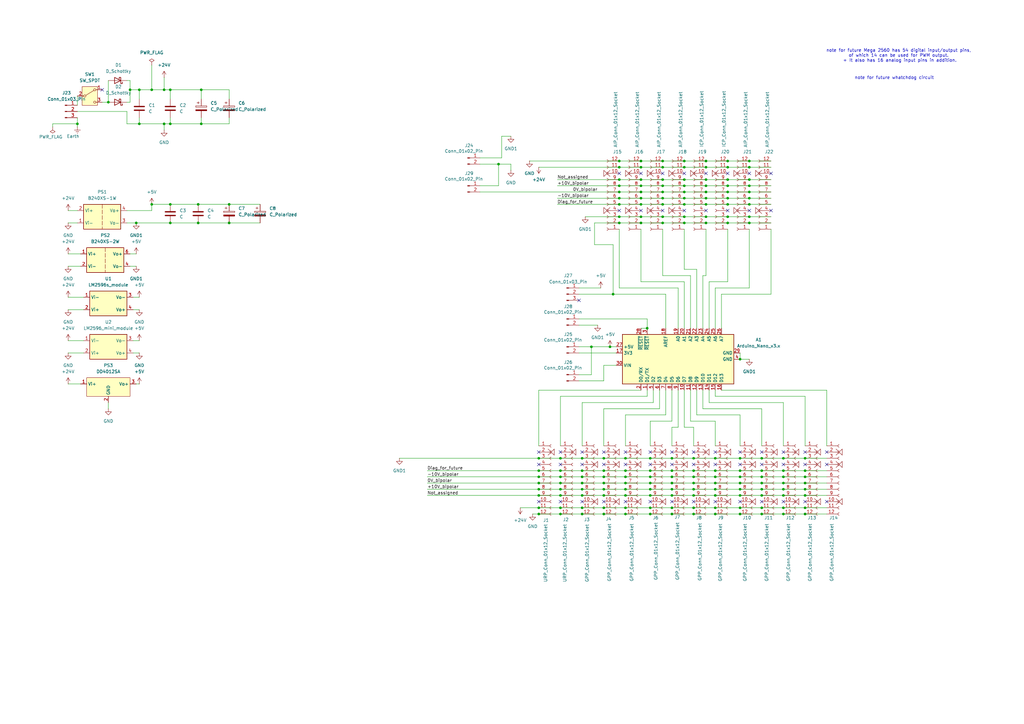
<source format=kicad_sch>
(kicad_sch (version 20250114) (generator "eeschema") (generator_version "9.0")
  (paper "A3")
  (text "note for future Mega 2560 has 54 digital input/output pins, \nof which 14 can be used for PWM output. \n+ It also has 16 analog input pins in addition." (at 369.062 22.86 0) (effects (font (size 1.27 1.27))))
  (text "note for future whatchdog circuit\n" (at 366.776 32.004 0) (effects (font (size 1.27 1.27))))
  (junction (at 247.65 187.96))
  (junction (at 284.48 195.58))
  (junction (at 289.56 68.58))
  (junction (at 262.89 76.2))
  (junction (at 247.65 210.82))
  (junction (at 280.67 76.2))
  (junction (at 262.89 68.58))
  (junction (at 247.65 193.04))
  (junction (at 280.67 66.04))
  (junction (at 62.23 36.83))
  (junction (at 254 66.04))
  (junction (at 280.67 83.82))
  (junction (at 312.42 210.82))
  (junction (at 303.53 208.28))
  (junction (at 271.78 76.2))
  (junction (at 280.67 88.9))
  (junction (at 312.42 198.12))
  (junction (at 247.65 198.12))
  (junction (at 69.85 83.82))
  (junction (at 256.54 195.58))
  (junction (at 93.98 83.82))
  (junction (at 303.53 203.2))
  (junction (at 330.2 210.82))
  (junction (at 284.48 198.12))
  (junction (at 220.98 200.66))
  (junction (at 220.98 198.12))
  (junction (at 254 68.58))
  (junction (at 229.87 193.04))
  (junction (at 247.65 200.66))
  (junction (at 254 91.44))
  (junction (at 204.47 67.31))
  (junction (at 220.98 193.04))
  (junction (at 312.42 195.58))
  (junction (at 321.31 208.28))
  (junction (at 303.53 187.96))
  (junction (at 289.56 76.2))
  (junction (at 275.59 208.28))
  (junction (at 254 83.82))
  (junction (at 307.34 81.28))
  (junction (at 256.54 187.96))
  (junction (at 81.28 83.82))
  (junction (at 321.31 193.04))
  (junction (at 284.48 210.82))
  (junction (at 256.54 210.82))
  (junction (at 266.7 210.82))
  (junction (at 69.85 91.44))
  (junction (at 312.42 203.2))
  (junction (at 31.75 50.8))
  (junction (at 321.31 200.66))
  (junction (at 247.65 203.2))
  (junction (at 262.89 73.66))
  (junction (at 262.89 91.44))
  (junction (at 69.85 36.83))
  (junction (at 321.31 195.58))
  (junction (at 298.45 73.66))
  (junction (at 229.87 195.58))
  (junction (at 266.7 203.2))
  (junction (at 293.37 208.28))
  (junction (at 289.56 78.74))
  (junction (at 280.67 68.58))
  (junction (at 238.76 187.96))
  (junction (at 298.45 81.28))
  (junction (at 262.89 66.04))
  (junction (at 250.19 142.24))
  (junction (at 312.42 200.66))
  (junction (at 275.59 195.58))
  (junction (at 284.48 203.2))
  (junction (at 238.76 198.12))
  (junction (at 254 78.74))
  (junction (at 303.53 147.32))
  (junction (at 303.53 210.82))
  (junction (at 57.15 50.8))
  (junction (at 298.45 88.9))
  (junction (at 312.42 187.96))
  (junction (at 266.7 208.28))
  (junction (at 266.7 198.12))
  (junction (at 254 73.66))
  (junction (at 251.46 120.65))
  (junction (at 271.78 91.44))
  (junction (at 238.76 195.58))
  (junction (at 330.2 203.2))
  (junction (at 256.54 193.04))
  (junction (at 57.15 36.83))
  (junction (at 229.87 187.96))
  (junction (at 293.37 198.12))
  (junction (at 266.7 200.66))
  (junction (at 298.45 68.58))
  (junction (at 53.34 36.83))
  (junction (at 262.89 83.82))
  (junction (at 298.45 76.2))
  (junction (at 256.54 208.28))
  (junction (at 275.59 210.82))
  (junction (at 307.34 78.74))
  (junction (at 307.34 68.58))
  (junction (at 265.43 134.62))
  (junction (at 321.31 210.82))
  (junction (at 275.59 193.04))
  (junction (at 293.37 187.96))
  (junction (at 293.37 200.66))
  (junction (at 289.56 83.82))
  (junction (at 289.56 88.9))
  (junction (at 303.53 200.66))
  (junction (at 289.56 73.66))
  (junction (at 271.78 73.66))
  (junction (at 307.34 91.44))
  (junction (at 229.87 200.66))
  (junction (at 238.76 200.66))
  (junction (at 275.59 200.66))
  (junction (at 280.67 91.44))
  (junction (at 321.31 198.12))
  (junction (at 262.89 88.9))
  (junction (at 220.98 208.28))
  (junction (at 271.78 66.04))
  (junction (at 330.2 200.66))
  (junction (at 271.78 78.74))
  (junction (at 284.48 200.66))
  (junction (at 330.2 195.58))
  (junction (at 69.85 50.8))
  (junction (at 256.54 203.2))
  (junction (at 262.89 78.74))
  (junction (at 271.78 81.28))
  (junction (at 44.45 41.91))
  (junction (at 307.34 88.9))
  (junction (at 284.48 208.28))
  (junction (at 247.65 195.58))
  (junction (at 307.34 76.2))
  (junction (at 82.55 50.8))
  (junction (at 238.76 208.28))
  (junction (at 220.98 210.82))
  (junction (at 62.23 83.82))
  (junction (at 93.98 91.44))
  (junction (at 298.45 91.44))
  (junction (at 256.54 198.12))
  (junction (at 280.67 78.74))
  (junction (at 284.48 193.04))
  (junction (at 247.65 208.28))
  (junction (at 229.87 208.28))
  (junction (at 67.31 36.83))
  (junction (at 280.67 73.66))
  (junction (at 330.2 187.96))
  (junction (at 312.42 208.28))
  (junction (at 220.98 195.58))
  (junction (at 330.2 208.28))
  (junction (at 229.87 203.2))
  (junction (at 298.45 66.04))
  (junction (at 238.76 193.04))
  (junction (at 256.54 200.66))
  (junction (at 280.67 81.28))
  (junction (at 55.88 91.44))
  (junction (at 298.45 83.82))
  (junction (at 307.34 66.04))
  (junction (at 262.89 81.28))
  (junction (at 229.87 210.82))
  (junction (at 238.76 210.82))
  (junction (at 254 81.28))
  (junction (at 229.87 198.12))
  (junction (at 220.98 187.96))
  (junction (at 307.34 73.66))
  (junction (at 303.53 195.58))
  (junction (at 275.59 198.12))
  (junction (at 289.56 91.44))
  (junction (at 303.53 198.12))
  (junction (at 271.78 83.82))
  (junction (at 298.45 78.74))
  (junction (at 312.42 193.04))
  (junction (at 293.37 203.2))
  (junction (at 81.28 91.44))
  (junction (at 271.78 88.9))
  (junction (at 321.31 203.2))
  (junction (at 289.56 66.04))
  (junction (at 266.7 193.04))
  (junction (at 293.37 210.82))
  (junction (at 242.57 142.24))
  (junction (at 266.7 187.96))
  (junction (at 284.48 187.96))
  (junction (at 293.37 193.04))
  (junction (at 275.59 187.96))
  (junction (at 254 76.2))
  (junction (at 293.37 195.58))
  (junction (at 307.34 83.82))
  (junction (at 254 88.9))
  (junction (at 321.31 187.96))
  (junction (at 67.31 50.8))
  (junction (at 82.55 36.83))
  (junction (at 266.7 195.58))
  (junction (at 330.2 193.04))
  (junction (at 238.76 203.2))
  (junction (at 303.53 193.04))
  (junction (at 271.78 68.58))
  (junction (at 220.98 203.2))
  (junction (at 275.59 203.2))
  (junction (at 330.2 198.12))
  (junction (at 289.56 81.28))
  (no_connect (at 284.48 190.5))
  (no_connect (at 312.42 190.5))
  (no_connect (at 271.78 86.36))
  (no_connect (at 330.2 205.74))
  (no_connect (at 303.53 185.42))
  (no_connect (at 293.37 190.5))
  (no_connect (at 293.37 205.74))
  (no_connect (at 307.34 71.12))
  (no_connect (at 220.98 205.74))
  (no_connect (at 41.91 36.83))
  (no_connect (at 256.54 205.74))
  (no_connect (at 321.31 190.5))
  (no_connect (at 229.87 205.74))
  (no_connect (at 303.53 190.5))
  (no_connect (at 298.45 86.36))
  (no_connect (at 275.59 205.74))
  (no_connect (at 238.76 205.74))
  (no_connect (at 254 71.12))
  (no_connect (at 293.37 185.42))
  (no_connect (at 229.87 185.42))
  (no_connect (at 289.56 71.12))
  (no_connect (at 247.65 185.42))
  (no_connect (at 339.09 205.74))
  (no_connect (at 298.45 71.12))
  (no_connect (at 266.7 190.5))
  (no_connect (at 275.59 185.42))
  (no_connect (at 237.49 123.19))
  (no_connect (at 271.78 71.12))
  (no_connect (at 220.98 185.42))
  (no_connect (at 284.48 185.42))
  (no_connect (at 220.98 190.5))
  (no_connect (at 321.31 205.74))
  (no_connect (at 321.31 185.42))
  (no_connect (at 266.7 205.74))
  (no_connect (at 339.09 190.5))
  (no_connect (at 254 86.36))
  (no_connect (at 247.65 205.74))
  (no_connect (at 280.67 71.12))
  (no_connect (at 316.23 71.12))
  (no_connect (at 280.67 86.36))
  (no_connect (at 307.34 86.36))
  (no_connect (at 275.59 190.5))
  (no_connect (at 312.42 185.42))
  (no_connect (at 312.42 205.74))
  (no_connect (at 284.48 205.74))
  (no_connect (at 262.89 71.12))
  (no_connect (at 247.65 190.5))
  (no_connect (at 339.09 185.42))
  (no_connect (at 256.54 185.42))
  (no_connect (at 262.89 86.36))
  (no_connect (at 289.56 86.36))
  (no_connect (at 238.76 190.5))
  (no_connect (at 316.23 86.36))
  (no_connect (at 266.7 185.42))
  (no_connect (at 330.2 185.42))
  (no_connect (at 256.54 190.5))
  (no_connect (at 330.2 190.5))
  (no_connect (at 303.53 205.74))
  (no_connect (at 238.76 185.42))
  (no_connect (at 229.87 190.5))
  (wire (pts (xy 293.37 160.02) (xy 293.37 162.56)))
  (wire (pts (xy 163.83 187.96) (xy 220.98 187.96)))
  (wire (pts (xy 238.76 203.2) (xy 247.65 203.2)))
  (wire (pts (xy 220.98 210.82) (xy 229.87 210.82)))
  (wire (pts (xy 321.31 208.28) (xy 330.2 208.28)))
  (wire (pts (xy 280.67 68.58) (xy 289.56 68.58)))
  (wire (pts (xy 220.98 198.12) (xy 229.87 198.12)))
  (wire (pts (xy 312.42 210.82) (xy 321.31 210.82)))
  (wire (pts (xy 254 118.11) (xy 278.13 118.11)))
  (wire (pts (xy 330.2 162.56) (xy 330.2 182.88)))
  (wire (pts (xy 278.13 175.26) (xy 278.13 160.02)))
  (wire (pts (xy 330.2 208.28) (xy 339.09 208.28)))
  (wire (pts (xy 196.85 67.31) (xy 204.47 67.31)))
  (wire (pts (xy 280.67 115.57) (xy 262.89 115.57)))
  (wire (pts (xy 250.19 142.24) (xy 252.73 142.24)))
  (wire (pts (xy 256.54 195.58) (xy 266.7 195.58)))
  (wire (pts (xy 69.85 83.82) (xy 81.28 83.82)))
  (wire (pts (xy 278.13 118.11) (xy 278.13 134.62)))
  (wire (pts (xy 321.31 187.96) (xy 330.2 187.96)))
  (wire (pts (xy 289.56 66.04) (xy 298.45 66.04)))
  (wire (pts (xy 298.45 66.04) (xy 307.34 66.04)))
  (wire (pts (xy 289.56 113.03) (xy 289.56 93.98)))
  (wire (pts (xy 312.42 193.04) (xy 321.31 193.04)))
  (wire (pts (xy 27.94 104.14) (xy 33.02 104.14)))
  (wire (pts (xy 307.34 118.11) (xy 307.34 93.98)))
  (wire (pts (xy 247.65 167.64) (xy 270.51 167.64)))
  (wire (pts (xy 283.21 172.72) (xy 283.21 160.02)))
  (wire (pts (xy 284.48 175.26) (xy 280.67 175.26)))
  (wire (pts (xy 330.2 203.2) (xy 339.09 203.2)))
  (wire (pts (xy 280.67 76.2) (xy 289.56 76.2)))
  (wire (pts (xy 247.65 182.88) (xy 247.65 167.64)))
  (wire (pts (xy 262.89 76.2) (xy 271.78 76.2)))
  (wire (pts (xy 280.67 91.44) (xy 289.56 91.44)))
  (wire (pts (xy 238.76 198.12) (xy 247.65 198.12)))
  (wire (pts (xy 69.85 50.8) (xy 67.31 50.8)))
  (wire (pts (xy 307.34 66.04) (xy 316.23 66.04)))
  (wire (pts (xy 321.31 210.82) (xy 330.2 210.82)))
  (wire (pts (xy 321.31 195.58) (xy 330.2 195.58)))
  (wire (pts (xy 316.23 120.65) (xy 316.23 93.98)))
  (wire (pts (xy 229.87 193.04) (xy 238.76 193.04)))
  (wire (pts (xy 196.85 76.2) (xy 204.47 76.2)))
  (wire (pts (xy 288.29 134.62) (xy 288.29 113.03)))
  (wire (pts (xy 280.67 81.28) (xy 289.56 81.28)))
  (wire (pts (xy 229.87 195.58) (xy 238.76 195.58)))
  (wire (pts (xy 307.34 91.44) (xy 316.23 91.44)))
  (wire (pts (xy 237.49 130.81) (xy 265.43 130.81)))
  (wire (pts (xy 27.94 86.36) (xy 31.75 86.36)))
  (wire (pts (xy 307.34 73.66) (xy 316.23 73.66)))
  (wire (pts (xy 228.6 81.28) (xy 254 81.28)))
  (wire (pts (xy 44.45 165.1) (xy 44.45 167.64)))
  (wire (pts (xy 330.2 200.66) (xy 339.09 200.66)))
  (wire (pts (xy 280.67 110.49) (xy 280.67 93.98)))
  (wire (pts (xy 238.76 182.88) (xy 238.76 165.1)))
  (wire (pts (xy 27.94 144.78) (xy 34.29 144.78)))
  (wire (pts (xy 229.87 210.82) (xy 238.76 210.82)))
  (wire (pts (xy 237.49 144.78) (xy 252.73 144.78)))
  (wire (pts (xy 307.34 68.58) (xy 316.23 68.58)))
  (wire (pts (xy 62.23 83.82) (xy 62.23 86.36)))
  (wire (pts (xy 62.23 83.82) (xy 69.85 83.82)))
  (wire (pts (xy 262.89 115.57) (xy 262.89 93.98)))
  (wire (pts (xy 307.34 76.2) (xy 316.23 76.2)))
  (wire (pts (xy 298.45 73.66) (xy 307.34 73.66)))
  (wire (pts (xy 339.09 160.02) (xy 339.09 182.88)))
  (wire (pts (xy 175.26 200.66) (xy 220.98 200.66)))
  (wire (pts (xy 220.98 198.12) (xy 175.26 198.12)))
  (wire (pts (xy 229.87 203.2) (xy 238.76 203.2)))
  (wire (pts (xy 93.98 40.64) (xy 93.98 36.83)))
  (wire (pts (xy 54.61 139.7) (xy 57.15 139.7)))
  (wire (pts (xy 31.75 48.26) (xy 31.75 50.8)))
  (wire (pts (xy 247.65 187.96) (xy 256.54 187.96)))
  (wire (pts (xy 330.2 198.12) (xy 339.09 198.12)))
  (wire (pts (xy 293.37 210.82) (xy 303.53 210.82)))
  (wire (pts (xy 67.31 31.75) (xy 67.31 36.83)))
  (wire (pts (xy 27.94 91.44) (xy 31.75 91.44)))
  (wire (pts (xy 175.26 195.58) (xy 220.98 195.58)))
  (wire (pts (xy 254 91.44) (xy 262.89 91.44)))
  (wire (pts (xy 284.48 200.66) (xy 293.37 200.66)))
  (wire (pts (xy 275.59 198.12) (xy 284.48 198.12)))
  (wire (pts (xy 238.76 208.28) (xy 247.65 208.28)))
  (wire (pts (xy 204.47 67.31) (xy 209.55 67.31)))
  (wire (pts (xy 62.23 36.83) (xy 67.31 36.83)))
  (wire (pts (xy 254 76.2) (xy 262.89 76.2)))
  (wire (pts (xy 237.49 156.21) (xy 247.65 156.21)))
  (wire (pts (xy 205.74 64.77) (xy 205.74 55.88)))
  (wire (pts (xy 67.31 50.8) (xy 67.31 53.34)))
  (wire (pts (xy 266.7 198.12) (xy 275.59 198.12)))
  (wire (pts (xy 256.54 198.12) (xy 266.7 198.12)))
  (wire (pts (xy 262.89 91.44) (xy 271.78 91.44)))
  (wire (pts (xy 262.89 88.9) (xy 271.78 88.9)))
  (wire (pts (xy 21.59 50.8) (xy 31.75 50.8)))
  (wire (pts (xy 298.45 78.74) (xy 307.34 78.74)))
  (wire (pts (xy 27.94 109.22) (xy 33.02 109.22)))
  (wire (pts (xy 275.59 172.72) (xy 275.59 160.02)))
  (wire (pts (xy 262.89 78.74) (xy 271.78 78.74)))
  (wire (pts (xy 247.65 156.21) (xy 247.65 149.86)))
  (wire (pts (xy 247.65 203.2) (xy 256.54 203.2)))
  (wire (pts (xy 289.56 88.9) (xy 298.45 88.9)))
  (wire (pts (xy 254 81.28) (xy 262.89 81.28)))
  (wire (pts (xy 256.54 210.82) (xy 266.7 210.82)))
  (wire (pts (xy 303.53 198.12) (xy 312.42 198.12)))
  (wire (pts (xy 289.56 68.58) (xy 298.45 68.58)))
  (wire (pts (xy 285.75 134.62) (xy 285.75 110.49)))
  (wire (pts (xy 284.48 195.58) (xy 293.37 195.58)))
  (wire (pts (xy 238.76 200.66) (xy 247.65 200.66)))
  (wire (pts (xy 289.56 91.44) (xy 298.45 91.44)))
  (wire (pts (xy 271.78 91.44) (xy 280.67 91.44)))
  (wire (pts (xy 275.59 193.04) (xy 284.48 193.04)))
  (wire (pts (xy 285.75 170.18) (xy 285.75 160.02)))
  (wire (pts (xy 284.48 198.12) (xy 293.37 198.12)))
  (wire (pts (xy 303.53 144.78) (xy 303.53 147.32)))
  (wire (pts (xy 303.53 208.28) (xy 312.42 208.28)))
  (wire (pts (xy 293.37 172.72) (xy 283.21 172.72)))
  (wire (pts (xy 307.34 78.74) (xy 316.23 78.74)))
  (wire (pts (xy 295.91 134.62) (xy 295.91 120.65)))
  (wire (pts (xy 57.15 48.26) (xy 57.15 50.8)))
  (wire (pts (xy 237.49 142.24) (xy 242.57 142.24)))
  (wire (pts (xy 69.85 48.26) (xy 69.85 50.8)))
  (wire (pts (xy 238.76 210.82) (xy 247.65 210.82)))
  (wire (pts (xy 275.59 195.58) (xy 284.48 195.58)))
  (wire (pts (xy 220.98 200.66) (xy 229.87 200.66)))
  (wire (pts (xy 303.53 170.18) (xy 285.75 170.18)))
  (wire (pts (xy 280.67 134.62) (xy 280.67 115.57)))
  (wire (pts (xy 303.53 147.32) (xy 307.34 147.32)))
  (wire (pts (xy 273.05 120.65) (xy 251.46 120.65)))
  (wire (pts (xy 293.37 182.88) (xy 293.37 172.72)))
  (wire (pts (xy 321.31 200.66) (xy 330.2 200.66)))
  (wire (pts (xy 298.45 83.82) (xy 307.34 83.82)))
  (wire (pts (xy 293.37 134.62) (xy 293.37 118.11)))
  (wire (pts (xy 303.53 182.88) (xy 303.53 170.18)))
  (wire (pts (xy 251.46 100.33) (xy 251.46 120.65)))
  (wire (pts (xy 303.53 187.96) (xy 312.42 187.96)))
  (wire (pts (xy 280.67 175.26) (xy 280.67 160.02)))
  (wire (pts (xy 55.88 157.48) (xy 57.15 157.48)))
  (wire (pts (xy 204.47 67.31) (xy 204.47 76.2)))
  (wire (pts (xy 271.78 68.58) (xy 280.67 68.58)))
  (wire (pts (xy 52.07 45.72) (xy 52.07 50.8)))
  (wire (pts (xy 266.7 208.28) (xy 275.59 208.28)))
  (wire (pts (xy 229.87 198.12) (xy 238.76 198.12)))
  (wire (pts (xy 275.59 203.2) (xy 284.48 203.2)))
  (wire (pts (xy 175.26 203.2) (xy 220.98 203.2)))
  (wire (pts (xy 307.34 88.9) (xy 316.23 88.9)))
  (wire (pts (xy 220.98 182.88) (xy 220.98 160.02)))
  (wire (pts (xy 289.56 73.66) (xy 298.45 73.66)))
  (wire (pts (xy 284.48 208.28) (xy 293.37 208.28)))
  (wire (pts (xy 27.94 121.92) (xy 34.29 121.92)))
  (wire (pts (xy 220.98 68.58) (xy 254 68.58)))
  (wire (pts (xy 254 73.66) (xy 262.89 73.66)))
  (wire (pts (xy 293.37 195.58) (xy 303.53 195.58)))
  (wire (pts (xy 57.15 50.8) (xy 67.31 50.8)))
  (wire (pts (xy 330.2 187.96) (xy 339.09 187.96)))
  (wire (pts (xy 280.67 73.66) (xy 289.56 73.66)))
  (wire (pts (xy 243.84 100.33) (xy 251.46 100.33)))
  (wire (pts (xy 289.56 81.28) (xy 298.45 81.28)))
  (wire (pts (xy 228.6 83.82) (xy 254 83.82)))
  (wire (pts (xy 262.89 68.58) (xy 271.78 68.58)))
  (wire (pts (xy 247.65 200.66) (xy 256.54 200.66)))
  (wire (pts (xy 254 66.04) (xy 262.89 66.04)))
  (wire (pts (xy 256.54 203.2) (xy 266.7 203.2)))
  (wire (pts (xy 53.34 33.02) (xy 53.34 36.83)))
  (wire (pts (xy 220.98 208.28) (xy 229.87 208.28)))
  (wire (pts (xy 312.42 200.66) (xy 321.31 200.66)))
  (wire (pts (xy 266.7 187.96) (xy 275.59 187.96)))
  (wire (pts (xy 229.87 162.56) (xy 265.43 162.56)))
  (wire (pts (xy 312.42 198.12) (xy 321.31 198.12)))
  (wire (pts (xy 284.48 210.82) (xy 293.37 210.82)))
  (wire (pts (xy 289.56 78.74) (xy 298.45 78.74)))
  (wire (pts (xy 298.45 76.2) (xy 307.34 76.2)))
  (wire (pts (xy 254 83.82) (xy 262.89 83.82)))
  (wire (pts (xy 293.37 162.56) (xy 330.2 162.56)))
  (wire (pts (xy 312.42 208.28) (xy 321.31 208.28)))
  (wire (pts (xy 262.89 83.82) (xy 271.78 83.82)))
  (wire (pts (xy 27.94 157.48) (xy 33.02 157.48)))
  (wire (pts (xy 54.61 144.78) (xy 57.15 144.78)))
  (wire (pts (xy 69.85 50.8) (xy 82.55 50.8)))
  (wire (pts (xy 254 93.98) (xy 254 118.11)))
  (wire (pts (xy 280.67 66.04) (xy 289.56 66.04)))
  (wire (pts (xy 69.85 36.83) (xy 69.85 40.64)))
  (wire (pts (xy 247.65 149.86) (xy 252.73 149.86)))
  (wire (pts (xy 330.2 193.04) (xy 339.09 193.04)))
  (wire (pts (xy 271.78 66.04) (xy 280.67 66.04)))
  (wire (pts (xy 262.89 66.04) (xy 271.78 66.04)))
  (wire (pts (xy 265.43 160.02) (xy 265.43 162.56)))
  (wire (pts (xy 285.75 110.49) (xy 280.67 110.49)))
  (wire (pts (xy 265.43 134.62) (xy 265.43 130.81)))
  (wire (pts (xy 196.85 78.74) (xy 254 78.74)))
  (wire (pts (xy 298.45 91.44) (xy 307.34 91.44)))
  (wire (pts (xy 266.7 195.58) (xy 275.59 195.58)))
  (wire (pts (xy 52.07 91.44) (xy 55.88 91.44)))
  (wire (pts (xy 220.98 195.58) (xy 229.87 195.58)))
  (wire (pts (xy 52.07 50.8) (xy 57.15 50.8)))
  (wire (pts (xy 54.61 121.92) (xy 57.15 121.92)))
  (wire (pts (xy 256.54 182.88) (xy 256.54 170.18)))
  (wire (pts (xy 271.78 76.2) (xy 280.67 76.2)))
  (wire (pts (xy 271.78 78.74) (xy 280.67 78.74)))
  (wire (pts (xy 284.48 203.2) (xy 293.37 203.2)))
  (wire (pts (xy 247.65 193.04) (xy 256.54 193.04)))
  (wire (pts (xy 312.42 187.96) (xy 321.31 187.96)))
  (wire (pts (xy 175.26 193.04) (xy 220.98 193.04)))
  (wire (pts (xy 57.15 40.64) (xy 57.15 36.83)))
  (wire (pts (xy 238.76 193.04) (xy 247.65 193.04)))
  (wire (pts (xy 82.55 36.83) (xy 69.85 36.83)))
  (wire (pts (xy 242.57 142.24) (xy 250.19 142.24)))
  (wire (pts (xy 209.55 69.85) (xy 209.55 67.31)))
  (wire (pts (xy 220.98 187.96) (xy 229.87 187.96)))
  (wire (pts (xy 293.37 198.12) (xy 303.53 198.12)))
  (wire (pts (xy 321.31 198.12) (xy 330.2 198.12)))
  (wire (pts (xy 293.37 208.28) (xy 303.53 208.28)))
  (wire (pts (xy 247.65 210.82) (xy 256.54 210.82)))
  (wire (pts (xy 293.37 187.96) (xy 303.53 187.96)))
  (wire (pts (xy 93.98 48.26) (xy 93.98 50.8)))
  (wire (pts (xy 62.23 26.67) (xy 62.23 36.83)))
  (wire (pts (xy 284.48 193.04) (xy 293.37 193.04)))
  (wire (pts (xy 57.15 36.83) (xy 62.23 36.83)))
  (wire (pts (xy 290.83 134.62) (xy 290.83 115.57)))
  (wire (pts (xy 256.54 187.96) (xy 266.7 187.96)))
  (wire (pts (xy 280.67 88.9) (xy 289.56 88.9)))
  (wire (pts (xy 266.7 182.88) (xy 266.7 172.72)))
  (wire (pts (xy 270.51 167.64) (xy 270.51 160.02)))
  (wire (pts (xy 240.03 88.9) (xy 254 88.9)))
  (wire (pts (xy 293.37 193.04) (xy 303.53 193.04)))
  (wire (pts (xy 275.59 175.26) (xy 278.13 175.26)))
  (wire (pts (xy 82.55 50.8) (xy 93.98 50.8)))
  (wire (pts (xy 303.53 195.58) (xy 312.42 195.58)))
  (wire (pts (xy 254 78.74) (xy 262.89 78.74)))
  (wire (pts (xy 312.42 167.64) (xy 312.42 182.88)))
  (wire (pts (xy 289.56 83.82) (xy 298.45 83.82)))
  (wire (pts (xy 262.89 81.28) (xy 271.78 81.28)))
  (wire (pts (xy 295.91 160.02) (xy 339.09 160.02)))
  (wire (pts (xy 267.97 165.1) (xy 267.97 160.02)))
  (wire (pts (xy 275.59 200.66) (xy 284.48 200.66)))
  (wire (pts (xy 52.07 86.36) (xy 62.23 86.36)))
  (wire (pts (xy 31.75 45.72) (xy 52.07 45.72)))
  (wire (pts (xy 53.34 109.22) (xy 55.88 109.22)))
  (wire (pts (xy 288.29 160.02) (xy 288.29 167.64)))
  (wire (pts (xy 290.83 165.1) (xy 321.31 165.1)))
  (wire (pts (xy 280.67 83.82) (xy 289.56 83.82)))
  (wire (pts (xy 303.53 203.2) (xy 312.42 203.2)))
  (wire (pts (xy 31.75 39.37) (xy 31.75 43.18)))
  (wire (pts (xy 229.87 200.66) (xy 238.76 200.66)))
  (wire (pts (xy 275.59 210.82) (xy 284.48 210.82)))
  (wire (pts (xy 254 88.9) (xy 262.89 88.9)))
  (wire (pts (xy 256.54 170.18) (xy 273.05 170.18)))
  (wire (pts (xy 288.29 167.64) (xy 312.42 167.64)))
  (wire (pts (xy 237.49 153.67) (xy 242.57 153.67)))
  (wire (pts (xy 21.59 52.07) (xy 21.59 50.8)))
  (wire (pts (xy 205.74 55.88) (xy 209.55 55.88)))
  (wire (pts (xy 52.07 41.91) (xy 53.34 41.91)))
  (wire (pts (xy 288.29 113.03) (xy 289.56 113.03)))
  (wire (pts (xy 31.75 50.8) (xy 31.75 52.07)))
  (wire (pts (xy 298.45 81.28) (xy 307.34 81.28)))
  (wire (pts (xy 220.98 203.2) (xy 229.87 203.2)))
  (wire (pts (xy 44.45 33.02) (xy 44.45 41.91)))
  (wire (pts (xy 293.37 203.2) (xy 303.53 203.2)))
  (wire (pts (xy 271.78 113.03) (xy 271.78 93.98)))
  (wire (pts (xy 266.7 210.82) (xy 275.59 210.82)))
  (wire (pts (xy 273.05 120.65) (xy 273.05 134.62)))
  (wire (pts (xy 266.7 200.66) (xy 275.59 200.66)))
  (wire (pts (xy 283.21 113.03) (xy 271.78 113.03)))
  (wire (pts (xy 298.45 68.58) (xy 307.34 68.58)))
  (wire (pts (xy 271.78 83.82) (xy 280.67 83.82)))
  (wire (pts (xy 256.54 200.66) (xy 266.7 200.66)))
  (wire (pts (xy 69.85 91.44) (xy 81.28 91.44)))
  (wire (pts (xy 330.2 195.58) (xy 339.09 195.58)))
  (wire (pts (xy 243.84 91.44) (xy 243.84 100.33)))
  (wire (pts (xy 213.36 208.28) (xy 220.98 208.28)))
  (wire (pts (xy 312.42 195.58) (xy 321.31 195.58)))
  (wire (pts (xy 271.78 73.66) (xy 280.67 73.66)))
  (wire (pts (xy 229.87 187.96) (xy 238.76 187.96)))
  (wire (pts (xy 256.54 193.04) (xy 266.7 193.04)))
  (wire (pts (xy 284.48 187.96) (xy 293.37 187.96)))
  (wire (pts (xy 295.91 120.65) (xy 316.23 120.65)))
  (wire (pts (xy 53.34 41.91) (xy 53.34 36.83)))
  (wire (pts (xy 254 91.44) (xy 243.84 91.44)))
  (wire (pts (xy 271.78 81.28) (xy 280.67 81.28)))
  (wire (pts (xy 254 68.58) (xy 262.89 68.58)))
  (wire (pts (xy 220.98 160.02) (xy 262.89 160.02)))
  (wire (pts (xy 303.53 200.66) (xy 312.42 200.66)))
  (wire (pts (xy 262.89 134.62) (xy 265.43 134.62)))
  (wire (pts (xy 237.49 118.11) (xy 246.38 118.11)))
  (wire (pts (xy 238.76 187.96) (xy 247.65 187.96)))
  (wire (pts (xy 247.65 195.58) (xy 256.54 195.58)))
  (wire (pts (xy 41.91 41.91) (xy 44.45 41.91)))
  (wire (pts (xy 196.85 64.77) (xy 205.74 64.77)))
  (wire (pts (xy 273.05 170.18) (xy 273.05 160.02)))
  (wire (pts (xy 298.45 115.57) (xy 298.45 93.98)))
  (wire (pts (xy 293.37 200.66) (xy 303.53 200.66)))
  (wire (pts (xy 284.48 182.88) (xy 284.48 175.26)))
  (wire (pts (xy 330.2 210.82) (xy 339.09 210.82)))
  (wire (pts (xy 27.94 127) (xy 34.29 127)))
  (wire (pts (xy 82.55 36.83) (xy 82.55 40.64)))
  (wire (pts (xy 69.85 36.83) (xy 67.31 36.83)))
  (wire (pts (xy 220.98 193.04) (xy 229.87 193.04)))
  (wire (pts (xy 303.53 193.04) (xy 312.42 193.04)))
  (wire (pts (xy 82.55 48.26) (xy 82.55 50.8)))
  (wire (pts (xy 307.34 81.28) (xy 316.23 81.28)))
  (wire (pts (xy 283.21 134.62) (xy 283.21 113.03)))
  (wire (pts (xy 293.37 118.11) (xy 307.34 118.11)))
  (wire (pts (xy 271.78 88.9) (xy 280.67 88.9)))
  (wire (pts (xy 93.98 91.44) (xy 106.68 91.44)))
  (wire (pts (xy 247.65 208.28) (xy 256.54 208.28)))
  (wire (pts (xy 321.31 165.1) (xy 321.31 182.88)))
  (wire (pts (xy 242.57 142.24) (xy 242.57 153.67)))
  (wire (pts (xy 53.34 36.83) (xy 57.15 36.83)))
  (wire (pts (xy 280.67 78.74) (xy 289.56 78.74)))
  (wire (pts (xy 262.89 73.66) (xy 271.78 73.66)))
  (wire (pts (xy 275.59 208.28) (xy 284.48 208.28)))
  (wire (pts (xy 290.83 160.02) (xy 290.83 165.1)))
  (wire (pts (xy 27.94 139.7) (xy 34.29 139.7)))
  (wire (pts (xy 247.65 198.12) (xy 256.54 198.12)))
  (wire (pts (xy 266.7 193.04) (xy 275.59 193.04)))
  (wire (pts (xy 238.76 195.58) (xy 247.65 195.58)))
  (wire (pts (xy 228.6 73.66) (xy 254 73.66)))
  (wire (pts (xy 54.61 127) (xy 57.15 127)))
  (wire (pts (xy 251.46 120.65) (xy 237.49 120.65)))
  (wire (pts (xy 312.42 203.2) (xy 321.31 203.2)))
  (wire (pts (xy 238.76 165.1) (xy 267.97 165.1)))
  (wire (pts (xy 218.44 210.82) (xy 220.98 210.82)))
  (wire (pts (xy 237.49 133.35) (xy 245.11 133.35)))
  (wire (pts (xy 81.28 91.44) (xy 93.98 91.44)))
  (wire (pts (xy 275.59 187.96) (xy 284.48 187.96)))
  (wire (pts (xy 321.31 203.2) (xy 330.2 203.2)))
  (wire (pts (xy 256.54 208.28) (xy 266.7 208.28)))
  (wire (pts (xy 93.98 36.83) (xy 82.55 36.83)))
  (wire (pts (xy 55.88 91.44) (xy 69.85 91.44)))
  (wire (pts (xy 228.6 76.2) (xy 254 76.2)))
  (wire (pts (xy 229.87 182.88) (xy 229.87 162.56)))
  (wire (pts (xy 217.17 66.04) (xy 254 66.04)))
  (wire (pts (xy 275.59 182.88) (xy 275.59 175.26)))
  (wire (pts (xy 307.34 83.82) (xy 316.23 83.82)))
  (wire (pts (xy 93.98 83.82) (xy 106.68 83.82)))
  (wire (pts (xy 298.45 88.9) (xy 307.34 88.9)))
  (wire (pts (xy 81.28 83.82) (xy 93.98 83.82)))
  (wire (pts (xy 53.34 104.14) (xy 55.88 104.14)))
  (wire (pts (xy 303.53 210.82) (xy 312.42 210.82)))
  (wire (pts (xy 321.31 193.04) (xy 330.2 193.04)))
  (wire (pts (xy 52.07 33.02) (xy 53.34 33.02)))
  (wire (pts (xy 266.7 172.72) (xy 275.59 172.72)))
  (wire (pts (xy 289.56 76.2) (xy 298.45 76.2)))
  (wire (pts (xy 229.87 208.28) (xy 238.76 208.28)))
  (wire (pts (xy 290.83 115.57) (xy 298.45 115.57)))
  (wire (pts (xy 266.7 203.2) (xy 275.59 203.2)))
  (label "+10V_bipolar" (at 228.6 76.2 0))
  (label "+10V_bipolar" (at 175.26 200.66 0))
  (label "-10V_bipolar" (at 228.6 81.28 0))
  (label "Diag_for_future" (at 228.6 83.82 0))
  (label "-10V_bipolar" (at 175.26 195.58 0))
  (label "Diag_for_future" (at 175.26 193.04 0))
  (label "0V_bipolar" (at 234.95 78.74 0))
  (label "0V_bipolar" (at 175.26 198.12 0))
  (label "Not_assigned" (at 228.6 73.66 0))
  (label "Not_assigned" (at 175.26 203.2 0))
  (symbol (lib_id "tuxmio:MB_AIP_Conn_01x12_Socket") (at 275.59 81.28 180) (unit 1)
    (property "Reference" "J18" (at 279.908 62.23 0))
    (property "Value" "AIP_Conn_01x12_Socket" (at 279.146 49.022 90))
    (property "Footprint" "tuxmio:MB_AIP_socket_PinHeader_1x12_P2.54mm_Vertical" (effects (hide yes)))
    (property "Description" "Generic connector, single row, 01x12, script generated" (effects (hide yes)))
  )
  (symbol (lib_id "power:GND1") (at 245.11 133.35 0) (unit 1)
    (property "Reference" "#PWR26" (effects (hide yes)))
    (property "Value" "GND1" (at 245.11 138.43 0))
    (property "Description" "Power symbol creates a global label with name \"GND1\" , ground" (effects (hide yes)))
  )
  (symbol (lib_id "power:GND") (at 217.17 66.04 0) (unit 1)
    (property "Reference" "#PWR31" (effects (hide yes)))
    (property "Value" "GND" (at 217.17 71.12 0))
    (property "Description" "Power symbol creates a global label with name \"GND\" , ground" (effects (hide yes)))
  )
  (symbol (lib_id "Device:C_Polarized") (at 93.98 44.45 0) (unit 1)
    (property "Reference" "C6" (at 97.79 42.2909 0) (effects (justify left)))
    (property "Value" "C_Polarized" (at 97.79 44.8309 0) (effects (justify left)))
    (property "Footprint" "Capacitor_SMD:CP_Elec_4x5.3" (effects (hide yes)))
    (property "Description" "Polarized capacitor" (effects (hide yes)))
  )
  (symbol (lib_id "tuxmio:B240XS-2W") (at 43.18 106.68 0) (unit 1)
    (property "Reference" "PS2" (at 43.18 96.52 0))
    (property "Value" "B240XS-2W" (at 43.18 99.06 0))
    (property "Footprint" "tuxmio:B240XS-2W" (effects (hide yes)))
    (property "Description" "2W, 1000 VDC isolated DC/DC converter, 24V input, 5V output, SIP" (effects (hide yes)))
  )
  (symbol (lib_id "Switch:SW_SPDT") (at 36.83 39.37 0) (unit 1)
    (property "Reference" "SW1" (at 36.83 30.48 0))
    (property "Value" "SW_SPDT" (at 36.83 33.02 0))
    (property "Footprint" "tuxmio:SW-SPDT_1x03_P2.54mm_Vertical" (effects (hide yes)))
    (property "Description" "Switch, single pole double throw" (effects (hide yes)))
  )
  (symbol (lib_id "power:GND") (at 44.45 167.64 0) (unit 1)
    (property "Reference" "#PWR22" (effects (hide yes)))
    (property "Value" "GND" (at 44.45 172.72 0))
    (property "Description" "Power symbol creates a global label with name \"GND\" , ground" (effects (hide yes)))
  )
  (symbol (lib_id "tuxmio:MB_GPP_Conn_01x12_Socket") (at 271.78 195.58 0) (unit 1)
    (property "Reference" "J6" (at 267.716 212.344 0) (effects (justify left)))
    (property "Value" "GPP_Conn_01x12_Socket" (at 268.986 237.998 90) (effects (justify left)))
    (property "Footprint" "tuxmio:MB_GPP_socket_PinHeader_1x12_P2.54mm_Vertical" (effects (hide yes)))
    (property "Description" "Generic connector, single row, 01x12, script generated" (effects (hide yes)))
  )
  (symbol (lib_id "power:GND1") (at 307.34 147.32 0) (unit 1)
    (property "Reference" "#PWR25" (effects (hide yes)))
    (property "Value" "GND1" (at 307.34 152.4 0))
    (property "Description" "Power symbol creates a global label with name \"GND1\" , ground" (effects (hide yes)))
  )
  (symbol (lib_id "Connector:Conn_01x02_Pin") (at 232.41 130.81 0) (unit 1)
    (property "Reference" "J28" (at 233.045 125.73 0))
    (property "Value" "Conn_01x02_Pin" (at 230.886 128.016 0))
    (property "Footprint" "Connector_PinHeader_2.54mm:PinHeader_1x02_P2.54mm_Vertical" (effects (hide yes)))
    (property "Description" "Generic connector, single row, 01x02, script generated" (effects (hide yes)))
  )
  (symbol (lib_id "power:+5V") (at 57.15 139.7 0) (unit 1)
    (property "Reference" "#PWR17" (effects (hide yes)))
    (property "Value" "+5V" (at 57.15 134.62 0))
    (property "Description" "Power symbol creates a global label with name \"+5V\"" (effects (hide yes)))
  )
  (symbol (lib_id "tuxmio:MB_GPP_Conn_01x12_Socket") (at 252.73 195.58 0) (unit 1)
    (property "Reference" "J4" (at 248.412 212.852 0) (effects (justify left)))
    (property "Value" "GPP_Conn_01x12_Socket" (at 249.936 238.506 90) (effects (justify left)))
    (property "Footprint" "tuxmio:MB_GPP_socket_PinHeader_1x12_P2.54mm_Vertical" (effects (hide yes)))
    (property "Description" "Generic connector, single row, 01x12, script generated" (effects (hide yes)))
  )
  (symbol (lib_id "tuxmio:MB_GPP_Conn_01x12_Socket") (at 326.39 195.58 0) (unit 1)
    (property "Reference" "J12" (at 322.326 212.344 0) (effects (justify left)))
    (property "Value" "GPP_Conn_01x12_Socket" (at 323.342 238.506 90) (effects (justify left)))
    (property "Footprint" "tuxmio:MB_GPP_socket_PinHeader_1x12_P2.54mm_Vertical" (effects (hide yes)))
    (property "Description" "Generic connector, single row, 01x12, script generated" (effects (hide yes)))
  )
  (symbol (lib_id "tuxmio:MB_ICP_Conn_01x12_Socket") (at 293.37 81.28 180) (unit 1)
    (property "Reference" "J20" (at 297.434 62.23 0))
    (property "Value" "ICP_Conn_01x12_Socket" (at 296.926 48.768 90))
    (property "Footprint" "tuxmio:MB_ICP_socket_PinHeader_1x12_P2.54mm_Vertical" (effects (hide yes)))
    (property "Description" "Generic connector, single row, 01x12, script generated" (effects (hide yes)))
  )
  (symbol (lib_id "power:GND1") (at 209.55 55.88 0) (unit 1)
    (property "Reference" "#PWR20" (effects (hide yes)))
    (property "Value" "GND1" (at 209.55 60.96 0))
    (property "Description" "Power symbol creates a global label with name \"GND1\" , ground" (effects (hide yes)))
  )
  (symbol (lib_id "power:GND") (at 67.31 53.34 0) (unit 1)
    (property "Reference" "#PWR2" (effects (hide yes)))
    (property "Value" "GND" (at 67.31 58.42 0))
    (property "Description" "Power symbol creates a global label with name \"GND\" , ground" (effects (hide yes)))
  )
  (symbol (lib_id "Device:C_Polarized") (at 82.55 44.45 0) (unit 1)
    (property "Reference" "C5" (at 86.36 42.2909 0) (effects (justify left)))
    (property "Value" "C_Polarized" (at 86.36 44.8309 0) (effects (justify left)))
    (property "Footprint" "Capacitor_THT:CP_Radial_D6.3mm_P2.50mm" (effects (hide yes)))
    (property "Description" "Polarized capacitor" (effects (hide yes)))
  )
  (symbol (lib_id "power:GND") (at 209.55 69.85 0) (unit 1)
    (property "Reference" "#PWR21" (effects (hide yes)))
    (property "Value" "GND" (at 209.55 74.93 0))
    (property "Description" "Power symbol creates a global label with name \"GND\" , ground" (effects (hide yes)))
  )
  (symbol (lib_id "tuxmio:MB_GPP_Conn_01x12_Socket") (at 298.45 195.58 0) (unit 1)
    (property "Reference" "J9" (at 294.386 212.344 0) (effects (justify left)))
    (property "Value" "GPP_Conn_01x12_Socket" (at 295.402 238.506 90) (effects (justify left)))
    (property "Footprint" "tuxmio:MB_GPP_socket_PinHeader_1x12_P2.54mm_Vertical" (effects (hide yes)))
    (property "Description" "Generic connector, single row, 01x12, script generated" (effects (hide yes)))
  )
  (symbol (lib_id "Connector:Conn_01x03_Pin") (at 26.67 45.72 0) (unit 1)
    (property "Reference" "J23" (at 27.305 38.1 0))
    (property "Value" "Conn_01x03_Pin" (at 27.305 40.64 0))
    (property "Footprint" "Connector_Phoenix_MC_HighVoltage:PhoenixContact_MCV_1,5_3-G-5.08_1x03_P5.08mm_Vertical" (effects (hide yes)))
    (property "Description" "Generic connector, single row, 01x03, script generated" (effects (hide yes)))
  )
  (symbol (lib_id "tuxmio:MB_GPP_Conn_01x12_Socket") (at 335.28 195.58 0) (unit 1)
    (property "Reference" "J13" (at 331.216 212.344 0) (effects (justify left)))
    (property "Value" "GPP_Conn_01x12_Socket" (at 332.232 238.506 90) (effects (justify left)))
    (property "Footprint" "tuxmio:MB_GPP_socket_PinHeader_1x12_P2.54mm_Vertical" (effects (hide yes)))
    (property "Description" "Generic connector, single row, 01x12, script generated" (effects (hide yes)))
  )
  (symbol (lib_id "tuxmio:MB_AIP_Conn_01x12_Socket") (at 266.7 81.28 180) (unit 1)
    (property "Reference" "J17" (at 271.018 62.23 0))
    (property "Value" "AIP_Conn_01x12_Socket" (at 270.256 49.022 90))
    (property "Footprint" "tuxmio:MB_AIP_socket_PinHeader_1x12_P2.54mm_Vertical" (effects (hide yes)))
    (property "Description" "Generic connector, single row, 01x12, script generated" (effects (hide yes)))
  )
  (symbol (lib_id "tuxmio:MB_GPP_Conn_01x12_Socket") (at 280.67 195.58 0) (unit 1)
    (property "Reference" "J7" (at 276.606 212.09 0) (effects (justify left)))
    (property "Value" "GPP_Conn_01x12_Socket" (at 277.876 237.998 90) (effects (justify left)))
    (property "Footprint" "tuxmio:MB_GPP_socket_PinHeader_1x12_P2.54mm_Vertical" (effects (hide yes)))
    (property "Description" "Generic connector, single row, 01x12, script generated" (effects (hide yes)))
  )
  (symbol (lib_id "Device:D_Schottky") (at 48.26 41.91 180) (unit 1)
    (property "Reference" "D2" (at 48.5775 35.56 0))
    (property "Value" "D_Schottky" (at 48.5775 38.1 0))
    (property "Footprint" "Diode_THT:D_DO-15_P10.16mm_Horizontal" (effects (hide yes)))
    (property "Description" "Schottky diode" (effects (hide yes)))
  )
  (symbol (lib_id "power:GND") (at 27.94 109.22 0) (unit 1)
    (property "Reference" "#PWR5" (effects (hide yes)))
    (property "Value" "GND" (at 27.94 114.3 0))
    (property "Description" "Power symbol creates a global label with name \"GND\" , ground" (effects (hide yes)))
  )
  (symbol (lib_id "power:GND") (at 27.94 91.44 0) (unit 1)
    (property "Reference" "#PWR4" (effects (hide yes)))
    (property "Value" "GND" (at 27.94 96.52 0))
    (property "Description" "Power symbol creates a global label with name \"GND\" , ground" (effects (hide yes)))
  )
  (symbol (lib_id "tuxmio:MB_GPP_Conn_01x12_Socket") (at 308.61 195.58 0) (unit 1)
    (property "Reference" "J10" (at 304.546 212.344 0) (effects (justify left)))
    (property "Value" "GPP_Conn_01x12_Socket" (at 305.562 238.506 90) (effects (justify left)))
    (property "Footprint" "tuxmio:MB_GPP_socket_PinHeader_1x12_P2.54mm_Vertical" (effects (hide yes)))
    (property "Description" "Generic connector, single row, 01x12, script generated" (effects (hide yes)))
  )
  (symbol (lib_id "tuxmio:MB_GPP_Conn_01x12_Socket") (at 317.5 195.58 0) (unit 1)
    (property "Reference" "J11" (at 313.436 212.344 0) (effects (justify left)))
    (property "Value" "GPP_Conn_01x12_Socket" (at 314.452 238.506 90) (effects (justify left)))
    (property "Footprint" "tuxmio:MB_GPP_socket_PinHeader_1x12_P2.54mm_Vertical" (effects (hide yes)))
    (property "Description" "Generic connector, single row, 01x12, script generated" (effects (hide yes)))
  )
  (symbol (lib_id "tuxmio:DD4012SA") (at 44.45 157.48 0) (unit 1)
    (property "Reference" "PS3" (at 44.45 149.86 0))
    (property "Value" "DD4012SA" (at 44.45 152.4 0))
    (property "Footprint" "tuxmio:DD4012SA" (effects (hide yes)))
    (property "Description" "1A step-down regulator, fixed 5 or 3.3V output voltage, 4.75-32V input voltage," (effects (hide yes)))
  )
  (symbol (lib_id "power:+5V") (at 57.15 157.48 0) (unit 1)
    (property "Reference" "#PWR24" (effects (hide yes)))
    (property "Value" "+5V" (at 57.15 152.4 0))
    (property "Description" "Power symbol creates a global label with name \"+5V\"" (effects (hide yes)))
  )
  (symbol (lib_id "tuxmio:LM2596_mini_module") (at 44.45 142.24 0) (unit 1)
    (property "Reference" "U2" (at 44.45 132.08 0))
    (property "Value" "LM2596_mini_module" (at 44.45 134.62 0))
    (property "Footprint" "tuxmio:LM2596_mini_module" (effects (hide yes)))
    (property "Description" "3W, non isolated DC/DC converter" (effects (hide yes)))
  )
  (symbol (lib_id "Device:C") (at 57.15 44.45 0) (unit 1)
    (property "Reference" "C1" (at 60.96 43.1799 0) (effects (justify left)))
    (property "Value" "C" (at 60.96 45.7199 0) (effects (justify left)))
    (property "Footprint" "Capacitor_THT:C_Disc_D4.3mm_W1.9mm_P5.00mm" (effects (hide yes)))
    (property "Description" "Unpolarized capacitor" (effects (hide yes)))
  )
  (symbol (lib_id "power:Earth") (at 31.75 52.07 0) (unit 1)
    (property "Reference" "#PWR3" (effects (hide yes)))
    (property "Value" "Earth" (at 29.972 55.88 0))
    (property "Description" "Power symbol creates a global label with name \"Earth\"" (effects (hide yes)))
  )
  (symbol (lib_id "Connector:Conn_01x03_Pin") (at 232.41 120.65 0) (unit 1)
    (property "Reference" "J27" (at 233.045 113.03 0))
    (property "Value" "Conn_01x03_Pin" (at 233.045 115.57 0))
    (property "Footprint" "Connector_PinHeader_2.54mm:PinHeader_1x03_P2.54mm_Vertical" (effects (hide yes)))
    (property "Description" "Generic connector, single row, 01x03, script generated" (effects (hide yes)))
  )
  (symbol (lib_id "tuxmio:B240XS-1W") (at 41.91 88.9 0) (unit 1)
    (property "Reference" "PS1" (at 41.91 78.74 0))
    (property "Value" "B240XS-1W" (at 41.91 81.28 0))
    (property "Footprint" "tuxmio:B240XS-1W" (effects (hide yes)))
    (property "Datasheet" "1W, 1000 VDC isolated DC/DC converter, 24V input, 5V output, SIP" (effects (hide yes)))
    (property "Description" "1W, 1000 VDC isolated DC/DC converter, 24V input, 5V output, SIP" (effects (hide yes)))
  )
  (symbol (lib_id "power:PWR_FLAG") (at 21.59 52.07 180) (unit 1)
    (property "Reference" "#FLG3" (effects (hide yes)))
    (property "Value" "PWR_FLAG" (at 16.002 56.134 0) (effects (justify right)))
    (property "Description" "Special symbol for telling ERC where power comes from" (effects (hide yes)))
  )
  (symbol (lib_id "tuxmio:MB_AIP_Conn_01x12_Socket") (at 311.15 81.28 180) (unit 1)
    (property "Reference" "J22" (at 315.468 62.23 0))
    (property "Value" "AIP_Conn_01x12_Socket" (at 314.706 49.022 90))
    (property "Footprint" "tuxmio:MB_AIP_socket_PinHeader_1x12_P2.54mm_Vertical" (effects (hide yes)))
    (property "Description" "Generic connector, single row, 01x12, script generated" (effects (hide yes)))
  )
  (symbol (lib_id "Device:C_Polarized") (at 93.98 87.63 0) (unit 1)
    (property "Reference" "C7" (at 97.79 85.4709 0) (effects (justify left)))
    (property "Value" "C_Polarized" (at 97.79 88.0109 0) (effects (justify left)))
    (property "Footprint" "Capacitor_THT:CP_Radial_D6.3mm_P2.50mm" (effects (hide yes)))
    (property "Description" "Polarized capacitor" (effects (hide yes)))
  )
  (symbol (lib_id "power:+5V") (at 250.19 142.24 0) (unit 1)
    (property "Reference" "#PWR34" (effects (hide yes)))
    (property "Value" "+5V" (at 250.19 137.16 0))
    (property "Description" "Power symbol creates a global label with name \"+5V\"" (effects (hide yes)))
  )
  (symbol (lib_id "tuxmio:MB_GPP_Conn_01x12_Socket") (at 243.84 195.58 0) (unit 1)
    (property "Reference" "J3" (at 239.522 213.106 0) (effects (justify left)))
    (property "Value" "GPP_Conn_01x12_Socket" (at 240.792 238.76 90) (effects (justify left)))
    (property "Footprint" "tuxmio:MB_GPP_socket_PinHeader_1x12_P2.54mm_Vertical" (effects (hide yes)))
    (property "Description" "Generic connector, single row, 01x12, script generated" (effects (hide yes)))
  )
  (symbol (lib_id "power:+24V") (at 220.98 68.58 180) (unit 1)
    (property "Reference" "#PWR32" (effects (hide yes)))
    (property "Value" "+24V" (at 220.98 73.66 0))
    (property "Description" "Power symbol creates a global label with name \"+24V\"" (effects (hide yes)))
  )
  (symbol (lib_id "power:+5V") (at 246.38 118.11 0) (unit 1)
    (property "Reference" "#PWR27" (effects (hide yes)))
    (property "Value" "+5V" (at 246.38 113.03 0))
    (property "Description" "Power symbol creates a global label with name \"+5V\"" (effects (hide yes)))
  )
  (symbol (lib_id "Device:D_Schottky") (at 48.26 33.02 180) (unit 1)
    (property "Reference" "D1" (at 48.5775 26.67 0))
    (property "Value" "D_Schottky" (at 48.5775 29.21 0))
    (property "Footprint" "Diode_SMD:D_1206_3216Metric" (effects (hide yes)))
    (property "Description" "Schottky diode" (effects (hide yes)))
  )
  (symbol (lib_id "tuxmio:MB_ICP_Conn_01x12_Socket") (at 284.48 81.28 180) (unit 1)
    (property "Reference" "J19" (at 288.036 62.23 0))
    (property "Value" "ICP_Conn_01x12_Socket" (at 287.782 48.768 90))
    (property "Footprint" "tuxmio:MB_ICP_socket_PinHeader_1x12_P2.54mm_Vertical" (effects (hide yes)))
    (property "Description" "Generic connector, single row, 01x12, script generated" (effects (hide yes)))
  )
  (symbol (lib_id "power:GND") (at 57.15 127 0) (unit 1)
    (property "Reference" "#PWR12" (effects (hide yes)))
    (property "Value" "GND" (at 57.15 132.08 0))
    (property "Description" "Power symbol creates a global label with name \"GND\" , ground" (effects (hide yes)))
  )
  (symbol (lib_id "power:+5V") (at 57.15 121.92 0) (unit 1)
    (property "Reference" "#PWR16" (effects (hide yes)))
    (property "Value" "+5V" (at 57.15 116.84 0))
    (property "Description" "Power symbol creates a global label with name \"+5V\"" (effects (hide yes)))
  )
  (symbol (lib_id "tuxmio:MB_GPP_Conn_01x12_Socket") (at 289.56 195.58 0) (unit 1)
    (property "Reference" "J8" (at 285.496 212.344 0) (effects (justify left)))
    (property "Value" "GPP_Conn_01x12_Socket" (at 287.02 238.252 90) (effects (justify left)))
    (property "Footprint" "tuxmio:MB_GPP_socket_PinHeader_1x12_P2.54mm_Vertical" (effects (hide yes)))
    (property "Description" "Generic connector, single row, 01x12, script generated" (effects (hide yes)))
  )
  (symbol (lib_id "power:+24V") (at 27.94 139.7 0) (unit 1)
    (property "Reference" "#PWR11" (effects (hide yes)))
    (property "Value" "+24V" (at 27.94 134.62 0))
    (property "Description" "Power symbol creates a global label with name \"+24V\"" (effects (hide yes)))
  )
  (symbol (lib_id "power:PWR_FLAG") (at 62.23 26.67 0) (unit 1)
    (property "Reference" "#FLG1" (effects (hide yes)))
    (property "Value" "PWR_FLAG" (at 62.23 21.59 0))
    (property "Description" "Special symbol for telling ERC where power comes from" (effects (hide yes)))
  )
  (symbol (lib_id "power:GND1") (at 240.03 88.9 0) (unit 1)
    (property "Reference" "#PWR28" (effects (hide yes)))
    (property "Value" "GND1" (at 240.03 93.98 0))
    (property "Description" "Power symbol creates a global label with name \"GND1\" , ground" (effects (hide yes)))
  )
  (symbol (lib_id "Connector:Conn_01x02_Pin") (at 232.41 153.67 0) (unit 1)
    (property "Reference" "J26" (at 233.045 148.59 0))
    (property "Value" "Conn_01x02_Pin" (at 230.886 150.876 0))
    (property "Footprint" "Connector_PinHeader_2.54mm:PinHeader_1x02_P2.54mm_Vertical" (effects (hide yes)))
    (property "Description" "Generic connector, single row, 01x02, script generated" (effects (hide yes)))
  )
  (symbol (lib_id "power:+5V") (at 62.23 83.82 0) (unit 1)
    (property "Reference" "#PWR14" (effects (hide yes)))
    (property "Value" "+5V" (at 62.23 78.74 0))
    (property "Description" "Power symbol creates a global label with name \"+5V\"" (effects (hide yes)))
  )
  (symbol (lib_id "power:+5V") (at 55.88 104.14 0) (unit 1)
    (property "Reference" "#PWR15" (effects (hide yes)))
    (property "Value" "+5V" (at 55.88 99.06 0))
    (property "Description" "Power symbol creates a global label with name \"+5V\"" (effects (hide yes)))
  )
  (symbol (lib_id "power:+24V") (at 67.31 31.75 0) (unit 1)
    (property "Reference" "#PWR1" (effects (hide yes)))
    (property "Value" "+24V" (at 67.31 26.67 0))
    (property "Description" "Power symbol creates a global label with name \"+24V\"" (effects (hide yes)))
  )
  (symbol (lib_id "tuxmio:MB_URP_Conn_01x12_Socket") (at 234.95 195.58 0) (unit 1)
    (property "Reference" "J2" (at 230.886 213.106 0) (effects (justify left)))
    (property "Value" "URP_Conn_01x12_Socket" (at 231.648 238.76 90) (effects (justify left)))
    (property "Footprint" "tuxmio:MB_URP_socket_PinHeader_1x12_P2.54mm_Vertical" (effects (hide yes)))
    (property "Description" "Generic connector, single row, 01x12, script generated" (effects (hide yes)))
  )
  (symbol (lib_id "MCU_Module:Arduino_Nano_v3.x") (at 278.13 147.32 90) (unit 1)
    (property "Reference" "A1" (at 311.15 139.3346 90))
    (property "Value" "Arduino_Nano_v3.x" (at 311.15 141.8746 90))
    (property "Footprint" "Module:Arduino_Nano" (effects (hide yes)))
    (property "Datasheet" "http://www.mouser.com/pdfdocs/Gravitech_Arduino_Nano3_0.pdf" (effects (hide yes)))
    (property "Description" "Arduino Nano v3.x" (effects (hide yes)))
  )
  (symbol (lib_id "power:GND") (at 27.94 144.78 0) (unit 1)
    (property "Reference" "#PWR7" (effects (hide yes)))
    (property "Value" "GND" (at 27.94 149.86 0))
    (property "Description" "Power symbol creates a global label with name \"GND\" , ground" (effects (hide yes)))
  )
  (symbol (lib_id "power:+24V") (at 27.94 157.48 0) (unit 1)
    (property "Reference" "#PWR23" (effects (hide yes)))
    (property "Value" "+24V" (at 27.94 152.4 0))
    (property "Description" "Power symbol creates a global label with name \"+24V\"" (effects (hide yes)))
  )
  (symbol (lib_id "tuxmio:MB_GPP_Conn_01x12_Socket") (at 261.62 195.58 0) (unit 1)
    (property "Reference" "J5" (at 257.81 212.344 0) (effects (justify left)))
    (property "Value" "GPP_Conn_01x12_Socket" (at 259.08 238.506 90) (effects (justify left)))
    (property "Footprint" "tuxmio:MB_GPP_socket_PinHeader_1x12_P2.54mm_Vertical" (effects (hide yes)))
    (property "Description" "Generic connector, single row, 01x12, script generated" (effects (hide yes)))
  )
  (symbol (lib_id "power:GND") (at 27.94 127 0) (unit 1)
    (property "Reference" "#PWR6" (effects (hide yes)))
    (property "Value" "GND" (at 27.94 132.08 0))
    (property "Description" "Power symbol creates a global label with name \"GND\" , ground" (effects (hide yes)))
  )
  (symbol (lib_id "power:+24V") (at 27.94 104.14 0) (unit 1)
    (property "Reference" "#PWR9" (effects (hide yes)))
    (property "Value" "+24V" (at 27.94 99.06 0))
    (property "Description" "Power symbol creates a global label with name \"+24V\"" (effects (hide yes)))
  )
  (symbol (lib_id "tuxmio:MB_AIP_Conn_01x12_Socket") (at 248.92 81.28 180) (unit 1)
    (property "Reference" "J15" (at 253.238 62.23 0))
    (property "Value" "AIP_Conn_01x12_Socket" (at 252.476 49.022 90))
    (property "Footprint" "tuxmio:MB_AIP_socket_PinHeader_1x12_P2.54mm_Vertical" (effects (hide yes)))
    (property "Description" "Generic connector, single row, 01x12, script generated" (effects (hide yes)))
  )
  (symbol (lib_id "tuxmio:MB_AIP_Conn_01x12_Socket") (at 257.81 81.28 180) (unit 1)
    (property "Reference" "J16" (at 262.128 62.23 0))
    (property "Value" "AIP_Conn_01x12_Socket" (at 261.366 49.022 90))
    (property "Footprint" "tuxmio:MB_AIP_socket_PinHeader_1x12_P2.54mm_Vertical" (effects (hide yes)))
    (property "Description" "Generic connector, single row, 01x12, script generated" (effects (hide yes)))
  )
  (symbol (lib_id "power:GND1") (at 163.83 187.96 0) (unit 1)
    (property "Reference" "#PWR29" (effects (hide yes)))
    (property "Value" "GND1" (at 163.83 193.04 0))
    (property "Description" "Power symbol creates a global label with name \"GND1\" , ground" (effects (hide yes)))
  )
  (symbol (lib_id "power:+24V") (at 213.36 208.28 180) (unit 1)
    (property "Reference" "#PWR33" (effects (hide yes)))
    (property "Value" "+24V" (at 213.36 213.36 0))
    (property "Description" "Power symbol creates a global label with name \"+24V\"" (effects (hide yes)))
  )
  (symbol (lib_id "power:GND") (at 218.44 210.82 0) (unit 1)
    (property "Reference" "#PWR30" (effects (hide yes)))
    (property "Value" "GND" (at 218.44 215.9 0))
    (property "Description" "Power symbol creates a global label with name \"GND\" , ground" (effects (hide yes)))
  )
  (symbol (lib_id "tuxmio:MB_URP_Conn_01x12_Socket") (at 226.06 195.58 0) (unit 1)
    (property "Reference" "J1" (at 222.758 213.36 0) (effects (justify left)))
    (property "Value" "URP_Conn_01x12_Socket" (at 223.774 238.76 90) (effects (justify left)))
    (property "Footprint" "tuxmio:MB_URP_socket_PinHeader_1x12_P2.54mm_Vertical" (effects (hide yes)))
    (property "Description" "Generic connector, single row, 01x12, script generated" (effects (hide yes)))
  )
  (symbol (lib_id "Device:C_Polarized") (at 106.68 87.63 0) (unit 1)
    (property "Reference" "C8" (at 110.49 85.4709 0) (effects (justify left)))
    (property "Value" "C_Polarized" (at 110.49 88.0109 0) (effects (justify left)))
    (property "Footprint" "Capacitor_SMD:CP_Elec_4x5.3" (effects (hide yes)))
    (property "Description" "Polarized capacitor" (effects (hide yes)))
  )
  (symbol (lib_id "power:+24V") (at 27.94 86.36 0) (unit 1)
    (property "Reference" "#PWR8" (effects (hide yes)))
    (property "Value" "+24V" (at 27.94 81.28 0))
    (property "Description" "Power symbol creates a global label with name \"+24V\"" (effects (hide yes)))
  )
  (symbol (lib_id "power:GND1") (at 55.88 109.22 0) (unit 1)
    (property "Reference" "#PWR19" (effects (hide yes)))
    (property "Value" "GND1" (at 55.88 114.3 0))
    (property "Description" "Power symbol creates a global label with name \"GND1\" , ground" (effects (hide yes)))
  )
  (symbol (lib_id "tuxmio:MB_GPP_Conn_01x12_Socket") (at 344.17 195.58 0) (unit 1)
    (property "Reference" "J14" (at 340.106 212.344 0) (effects (justify left)))
    (property "Value" "GPP_Conn_01x12_Socket" (at 341.122 238.506 90) (effects (justify left)))
    (property "Footprint" "tuxmio:MB_GPP_socket_PinHeader_1x12_P2.54mm_Vertical" (effects (hide yes)))
    (property "Description" "Generic connector, single row, 01x12, script generated" (effects (hide yes)))
  )
  (symbol (lib_id "Device:C") (at 81.28 87.63 0) (unit 1)
    (property "Reference" "C4" (at 85.09 86.3599 0) (effects (justify left)))
    (property "Value" "C" (at 85.09 88.8999 0) (effects (justify left)))
    (property "Footprint" "Capacitor_SMD:C_0402_1005Metric" (effects (hide yes)))
    (property "Description" "Unpolarized capacitor" (effects (hide yes)))
  )
  (symbol (lib_id "Connector:Conn_01x02_Pin") (at 232.41 142.24 0) (unit 1)
    (property "Reference" "J25" (at 233.045 137.16 0))
    (property "Value" "Conn_01x02_Pin" (at 230.886 139.446 0))
    (property "Footprint" "Connector_PinHeader_2.54mm:PinHeader_1x02_P2.54mm_Vertical" (effects (hide yes)))
    (property "Description" "Generic connector, single row, 01x02, script generated" (effects (hide yes)))
  )
  (symbol (lib_id "Connector:Conn_01x02_Pin") (at 191.77 76.2 0) (unit 1)
    (property "Reference" "J29" (at 192.405 71.12 0))
    (property "Value" "Conn_01x02_Pin" (at 190.246 73.406 0))
    (property "Footprint" "Connector_PinHeader_2.54mm:PinHeader_1x02_P2.54mm_Vertical" (effects (hide yes)))
    (property "Description" "Generic connector, single row, 01x02, script generated" (effects (hide yes)))
  )
  (symbol (lib_id "power:+24V") (at 27.94 121.92 0) (unit 1)
    (property "Reference" "#PWR10" (effects (hide yes)))
    (property "Value" "+24V" (at 27.94 116.84 0))
    (property "Description" "Power symbol creates a global label with name \"+24V\"" (effects (hide yes)))
  )
  (symbol (lib_id "power:GND1") (at 55.88 91.44 0) (unit 1)
    (property "Reference" "#PWR18" (effects (hide yes)))
    (property "Value" "GND1" (at 55.88 96.52 0))
    (property "Description" "Power symbol creates a global label with name \"GND1\" , ground" (effects (hide yes)))
  )
  (symbol (lib_id "Connector:Conn_01x02_Pin") (at 191.77 64.77 0) (unit 1)
    (property "Reference" "J24" (at 192.405 59.69 0))
    (property "Value" "Conn_01x02_Pin" (at 190.246 61.976 0))
    (property "Footprint" "Connector_PinHeader_2.54mm:PinHeader_1x02_P2.54mm_Vertical" (effects (hide yes)))
    (property "Description" "Generic connector, single row, 01x02, script generated" (effects (hide yes)))
  )
  (symbol (lib_id "tuxmio:MB_AIP_Conn_01x12_Socket") (at 302.26 81.28 180) (unit 1)
    (property "Reference" "J21" (at 306.578 62.23 0))
    (property "Value" "AIP_Conn_01x12_Socket" (at 305.816 49.022 90))
    (property "Footprint" "tuxmio:MB_AIP_socket_PinHeader_1x12_P2.54mm_Vertical" (effects (hide yes)))
    (property "Description" "Generic connector, single row, 01x12, script generated" (effects (hide yes)))
  )
  (symbol (lib_id "Device:C") (at 69.85 44.45 0) (unit 1)
    (property "Reference" "C2" (at 73.66 43.1799 0) (effects (justify left)))
    (property "Value" "C" (at 73.66 45.7199 0) (effects (justify left)))
    (property "Footprint" "Capacitor_SMD:C_0402_1005Metric" (effects (hide yes)))
    (property "Description" "Unpolarized capacitor" (effects (hide yes)))
  )
  (symbol (lib_id "tuxmio:LM2596s_module") (at 44.45 124.46 0) (unit 1)
    (property "Reference" "U1" (at 44.45 114.3 0))
    (property "Value" "LM2596s_module" (at 44.45 116.84 0))
    (property "Footprint" "tuxmio:LM2596s_module" (effects (hide yes)))
    (property "Description" "3W, non isolated DC/DC converter" (effects (hide yes)))
  )
  (symbol (lib_id "Device:C") (at 69.85 87.63 0) (unit 1)
    (property "Reference" "C3" (at 73.66 86.3599 0) (effects (justify left)))
    (property "Value" "C" (at 73.66 88.8999 0) (effects (justify left)))
    (property "Footprint" "Capacitor_THT:C_Disc_D4.3mm_W1.9mm_P5.00mm" (effects (hide yes)))
    (property "Description" "Unpolarized capacitor" (effects (hide yes)))
  )
  (symbol (lib_id "power:GND") (at 57.15 144.78 0) (unit 1)
    (property "Reference" "#PWR13" (effects (hide yes)))
    (property "Value" "GND" (at 57.15 149.86 0))
    (property "Description" "Power symbol creates a global label with name \"GND\" , ground" (effects (hide yes)))
  )
)
</source>
